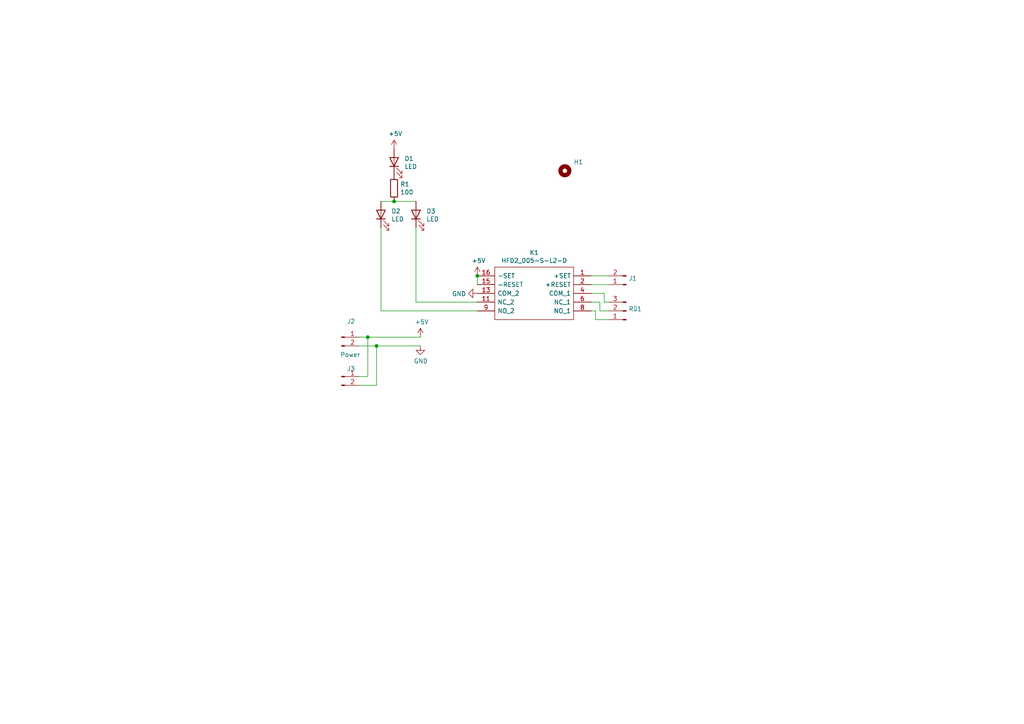
<source format=kicad_sch>
(kicad_sch (version 20211123) (generator eeschema)
  (paper "A4")
  (lib_symbols
    (symbol "Connector:Conn_01x02_Male" (pin_names (offset 1.016) hide)
      (property "Reference" "J" (at 0 2.54 0))
      (property "Value" "Conn_01x02_Male" (at 0 -5.08 0))
      (symbol "Conn_01x02_Male_1_1"
        (polyline (pts (xy 1.27 -2.54) (xy 0.8636 -2.54)) (stroke (width 0.1524)))
        (polyline (pts (xy 1.27 0) (xy 0.8636 0)) (stroke (width 0.1524)))
        (rectangle (start 0.8636 -2.413) (end 0 -2.667) (stroke (width 0.1524)) (fill (type outline)))
        (rectangle (start 0.8636 0.127) (end 0 -0.127) (stroke (width 0.1524)) (fill (type outline)))
        (pin passive line (at 5.08 0 180) (length 3.81) (name "Pin_1") (number "1"))
        (pin passive line (at 5.08 -2.54 180) (length 3.81) (name "Pin_2") (number "2"))
      )
    )
    (symbol "Connector:Conn_01x03_Male" (pin_names (offset 1.016) hide)
      (property "Reference" "J" (at 0 5.08 0))
      (property "Value" "Conn_01x03_Male" (at 0 -5.08 0))
      (symbol "Conn_01x03_Male_1_1"
        (polyline (pts (xy 1.27 -2.54) (xy 0.8636 -2.54)) (stroke (width 0.1524)))
        (polyline (pts (xy 1.27 0) (xy 0.8636 0)) (stroke (width 0.1524)))
        (polyline (pts (xy 1.27 2.54) (xy 0.8636 2.54)) (stroke (width 0.1524)))
        (rectangle (start 0.8636 -2.413) (end 0 -2.667) (stroke (width 0.1524)) (fill (type outline)))
        (rectangle (start 0.8636 0.127) (end 0 -0.127) (stroke (width 0.1524)) (fill (type outline)))
        (rectangle (start 0.8636 2.667) (end 0 2.413) (stroke (width 0.1524)) (fill (type outline)))
        (pin passive line (at 5.08 2.54 180) (length 3.81) (name "Pin_1") (number "1"))
        (pin passive line (at 5.08 0 180) (length 3.81) (name "Pin_2") (number "2"))
        (pin passive line (at 5.08 -2.54 180) (length 3.81) (name "Pin_3") (number "3"))
      )
    )
    (symbol "Device:LED" (pin_numbers hide) (pin_names (offset 1.016) hide)
      (property "Reference" "D" (at 0 2.54 0))
      (property "Value" "LED" (at 0 -2.54 0))
      (symbol "LED_0_1"
        (polyline (pts (xy -1.27 -1.27) (xy -1.27 1.27)) (stroke (width 0.254)))
        (polyline (pts (xy -1.27 0) (xy 1.27 0)))
        (polyline (pts (xy 1.27 -1.27) (xy 1.27 1.27) (xy -1.27 0) (xy 1.27 -1.27)) (stroke (width 0.254)))
        (polyline (pts (xy -3.048 -0.762) (xy -4.572 -2.286) (xy -3.81 -2.286) (xy -4.572 -2.286) (xy -4.572 -1.524)))
        (polyline (pts (xy -1.778 -0.762) (xy -3.302 -2.286) (xy -2.54 -2.286) (xy -3.302 -2.286) (xy -3.302 -1.524)))
      )
      (symbol "LED_1_1"
        (pin passive line (at -3.81 0 0) (length 2.54) (name "K") (number "1"))
        (pin passive line (at 3.81 0 180) (length 2.54) (name "A") (number "2"))
      )
    )
    (symbol "Device:R" (pin_numbers hide) (pin_names (offset 0))
      (property "Reference" "R" (at 2.032 0 90))
      (property "Value" "R" (at 0 0 90))
      (symbol "R_0_1"
        (rectangle (start -1.016 -2.54) (end 1.016 2.54) (stroke (width 0.254)))
      )
      (symbol "R_1_1"
        (pin passive line (at 0 3.81 270) (length 1.27) (name "~") (number "1"))
        (pin passive line (at 0 -3.81 90) (length 1.27) (name "~") (number "2"))
      )
    )
    (symbol "HongFa:HFD2_005-S-L2-D" (pin_names (offset 0.762))
      (property "Reference" "K" (at 29.21 7.62 0))
      (property "Value" "HongFa_HFD2_005-S-L2-D" (at 29.21 5.08 0))
      (symbol "HFD2_005-S-L2-D_0_0"
        (pin passive line (at 0 0 0) (length 5.08) (name "+SET") (number "1"))
        (pin passive line (at 33.02 -7.62 180) (length 5.08) (name "NC_2") (number "11"))
        (pin passive line (at 33.02 -5.08 180) (length 5.08) (name "COM_2") (number "13"))
        (pin passive line (at 33.02 -2.54 180) (length 5.08) (name "-RESET") (number "15"))
        (pin passive line (at 33.02 0 180) (length 5.08) (name "-SET") (number "16"))
        (pin passive line (at 0 -2.54 0) (length 5.08) (name "+RESET") (number "2"))
        (pin passive line (at 0 -5.08 0) (length 5.08) (name "COM_1") (number "4"))
        (pin passive line (at 0 -7.62 0) (length 5.08) (name "NC_1") (number "6"))
        (pin passive line (at 0 -10.16 0) (length 5.08) (name "NO_1") (number "8"))
        (pin passive line (at 33.02 -10.16 180) (length 5.08) (name "NO_2") (number "9"))
      )
      (symbol "HFD2_005-S-L2-D_0_1"
        (polyline (pts (xy 5.08 2.54) (xy 27.94 2.54) (xy 27.94 -12.7) (xy 5.08 -12.7) (xy 5.08 2.54)) (stroke (width 0.1524)))
      )
    )
    (symbol "Mechanical:MountingHole" (pin_names (offset 1.016))
      (property "Reference" "H" (at 0 5.08 0))
      (property "Value" "MountingHole" (at 0 3.175 0))
      (symbol "MountingHole_0_1"
        (circle (center 0 0) (radius 1.27) (stroke (width 1.27)))
      )
    )
    (symbol "power:+5V" (power) (pin_names (offset 0))
      (property "Value" "+5V" (at 0 3.556 0))
      (symbol "+5V_0_1"
        (polyline (pts (xy -0.762 1.27) (xy 0 2.54)))
        (polyline (pts (xy 0 0) (xy 0 2.54)))
        (polyline (pts (xy 0 2.54) (xy 0.762 1.27)))
      )
      (symbol "+5V_1_1"
        (pin power_in line (at 0 0 90) (length 0) hide (name "+5V") (number "1"))
      )
    )
    (symbol "power:GND" (power) (pin_names (offset 0))
      (property "Value" "GND" (at 0 -3.81 0))
      (symbol "GND_0_1"
        (polyline (pts (xy 0 0) (xy 0 -1.27) (xy 1.27 -1.27) (xy 0 -2.54) (xy -1.27 -1.27) (xy 0 -1.27)))
      )
      (symbol "GND_1_1"
        (pin power_in line (at 0 0 270) (length 0) hide (name "GND") (number "1"))
      )
    )
  )
  (junction (at 138.43 80.01))
  (junction (at 106.68 97.79))
  (junction (at 114.3 58.42))
  (junction (at 109.22 100.33))
  (wire (pts (xy 120.65 87.63) (xy 138.43 87.63)))
  (wire (pts (xy 173.99 90.17) (xy 176.53 90.17)))
  (wire (pts (xy 171.45 82.55) (xy 176.53 82.55)))
  (wire (pts (xy 171.45 85.09) (xy 175.26 85.09)))
  (wire (pts (xy 106.68 109.22) (xy 106.68 97.79)))
  (wire (pts (xy 171.45 90.17) (xy 172.72 90.17)))
  (wire (pts (xy 172.72 92.71) (xy 176.53 92.71)))
  (wire (pts (xy 106.68 97.79) (xy 121.92 97.79)))
  (wire (pts (xy 172.72 90.17) (xy 172.72 92.71)))
  (wire (pts (xy 173.99 87.63) (xy 173.99 90.17)))
  (wire (pts (xy 114.3 58.42) (xy 120.65 58.42)))
  (wire (pts (xy 109.22 111.76) (xy 109.22 100.33)))
  (wire (pts (xy 110.49 66.04) (xy 110.49 90.17)))
  (wire (pts (xy 171.45 80.01) (xy 176.53 80.01)))
  (wire (pts (xy 104.14 97.79) (xy 106.68 97.79)))
  (wire (pts (xy 104.14 100.33) (xy 109.22 100.33)))
  (wire (pts (xy 171.45 87.63) (xy 173.99 87.63)))
  (wire (pts (xy 110.49 90.17) (xy 138.43 90.17)))
  (wire (pts (xy 120.65 66.04) (xy 120.65 87.63)))
  (wire (pts (xy 110.49 58.42) (xy 114.3 58.42)))
  (wire (pts (xy 104.14 111.76) (xy 109.22 111.76)))
  (wire (pts (xy 109.22 100.33) (xy 121.92 100.33)))
  (wire (pts (xy 104.14 109.22) (xy 106.68 109.22)))
  (wire (pts (xy 138.43 82.55) (xy 138.43 80.01)))
  (wire (pts (xy 175.26 85.09) (xy 175.26 87.63)))
  (wire (pts (xy 175.26 87.63) (xy 176.53 87.63)))
  (symbol (lib_id "Mechanical:MountingHole") (at 163.83 49.53 0) (unit 1)
    (property "Reference" "H1" (at 166.37 46.99 0) (effects (justify left)))
    (property "Value" "MountingHole" (effects hide))
    (property "Footprint" "Mounting_Holes:MountingHole_3.2mm_M3" (effects hide))
  )
  (symbol (lib_id "Connector:Conn_01x03_Male") (at 181.61 90.17 180) (unit 1)
    (property "Reference" "Rü1" (at 182.3212 89.6112 0) (effects (justify right)))
    (property "Value" "Conn_01x03_Male" (effects hide))
    (property "Footprint" "Connector_PinSocket_2.54mm:Pin_Header_Straight_1x03_Pitch2.54mm" (effects hide))
  )
  (symbol (lib_id "Device:LED") (at 114.3 46.99 90) (unit 1)
    (property "Reference" "D1" (at 117.2972 45.9994 90) (effects (justify right)))
    (property "Value" "LED" (at 117.2972 48.3108 90) (effects (justify right)))
    (property "Footprint" "LEDs:LED_D5.0mm" (effects hide))
  )
  (symbol (lib_id "Device:LED") (at 110.49 62.23 90) (unit 1)
    (property "Reference" "D2" (at 113.4872 61.2394 90) (effects (justify right)))
    (property "Value" "LED" (at 113.4872 63.5508 90) (effects (justify right)))
    (property "Footprint" "LEDs:LED_D5.0mm" (effects hide))
  )
  (symbol (lib_id "Device:LED") (at 120.65 62.23 90) (unit 1)
    (property "Reference" "D3" (at 123.6472 61.2394 90) (effects (justify right)))
    (property "Value" "LED" (at 123.6472 63.5508 90) (effects (justify right)))
    (property "Footprint" "LEDs:LED_D5.0mm" (effects hide))
  )
  (symbol (lib_id "Device:R") (at 114.3 54.61 0) (unit 1)
    (property "Reference" "R1" (at 116.078 53.4416 0) (effects (justify left)))
    (property "Value" "100" (at 116.078 55.753 0) (effects (justify left)))
    (property "Footprint" "Resistors_THT:R_Axial_DIN0207_L6.3mm_D2.5mm_P7.62mm_Horizontal" (effects hide))
  )
  (symbol (lib_id "power:+5V") (at 114.3 43.18 0) (unit 1)
    (property "Reference" "#PWR0101" (effects hide))
    (property "Value" "+5V" (at 114.681 38.7858 0))
  )
  (symbol (lib_id "HongFa:HFD2_005-S-L2-D") (at 171.45 80.01 0) (mirror y) (unit 1)
    (property "Reference" "K1" (at 154.94 73.279 0))
    (property "Value" "HFD2_005-S-L2-D" (at 154.94 75.5904 0))
    (property "Footprint" "HongFa:HFD2005SL2D" (effects hide))
    (property "Datasheet" "http://www.hongfa.com/pro/pdf/HFD2_en.pdf" (effects hide))
    (property "Description" "Hongfa Europe GMBH DPDT Non-Latching Relay PCB Mount, 5V dc Coil, 3 A, 3 A Subminiature DIP Relay" (effects hide))
    (property "Height" "10.6" (effects hide))
    (property "Manufacturer_Name" "Hongfa" (effects hide))
    (property "Manufacturer_Part_Number" "HFD2/005-S-L2-D" (effects hide))
    (property "Arrow Part Number" "HFD2/005-S-L2-D" (effects hide))
    (property "Arrow Price/Stock" "https://www.arrow.com/en/products/hfd2005-s-l2-d/hongfa-europe-gmbh" (effects hide))
  )
  (symbol (lib_id "power:GND") (at 138.43 85.09 270) (unit 1)
    (property "Reference" "#PWR0102" (effects hide))
    (property "Value" "GND" (at 135.1788 85.217 90) (effects (justify right)))
  )
  (symbol (lib_id "Connector:Conn_01x02_Male") (at 181.61 82.55 180) (unit 1)
    (property "Reference" "J1" (at 182.3212 80.7212 0) (effects (justify right)))
    (property "Value" "Conn_01x02_Male" (effects hide))
    (property "Footprint" "Connector_PinSocket_2.54mm:Pin_Header_Angled_1x02_Pitch2.54mm" (effects hide))
  )
  (symbol (lib_id "Connector:Conn_01x02_Male") (at 99.06 97.79 0) (unit 1)
    (property "Reference" "J2" (at 101.8032 93.1926 0))
    (property "Value" "Power" (at 101.6 102.87 0))
    (property "Footprint" "Connector_PinSocket_2.54mm:Pin_Header_Angled_1x02_Pitch2.54mm" (effects hide))
  )
  (symbol (lib_id "power:+5V") (at 121.92 97.79 0) (unit 1)
    (property "Reference" "#PWR0103" (effects hide))
    (property "Value" "+5V" (at 122.301 93.3958 0))
  )
  (symbol (lib_id "power:GND") (at 121.92 100.33 0) (unit 1)
    (property "Reference" "#PWR0104" (effects hide))
    (property "Value" "GND" (at 122.047 104.7242 0))
  )
  (symbol (lib_id "power:+5V") (at 138.43 80.01 0) (unit 1)
    (property "Reference" "#PWR0105" (effects hide))
    (property "Value" "+5V" (at 138.811 75.6158 0))
  )
  (symbol (lib_id "Connector:Conn_01x02_Male") (at 99.06 109.22 0) (unit 1)
    (property "Reference" "J3" (at 101.8032 106.9594 0))
    (property "Value" "Conn_01x02_Male" (effects hide))
    (property "Footprint" "Connector_PinSocket_2.54mm:Pin_Header_Angled_1x02_Pitch2.54mm" (effects hide))
  )
)
</source>
